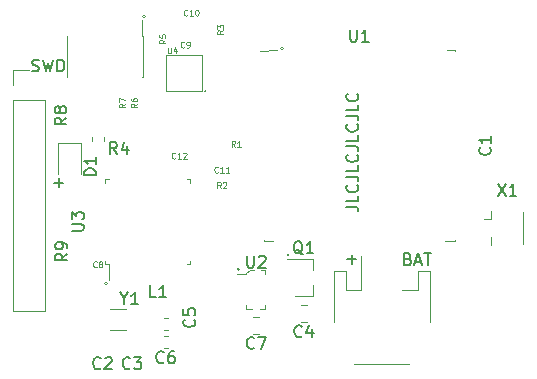
<source format=gbr>
%TF.GenerationSoftware,KiCad,Pcbnew,5.1.9*%
%TF.CreationDate,2021-02-20T15:12:24-08:00*%
%TF.ProjectId,Transmitter,5472616e-736d-4697-9474-65722e6b6963,rev?*%
%TF.SameCoordinates,Original*%
%TF.FileFunction,Legend,Top*%
%TF.FilePolarity,Positive*%
%FSLAX46Y46*%
G04 Gerber Fmt 4.6, Leading zero omitted, Abs format (unit mm)*
G04 Created by KiCad (PCBNEW 5.1.9) date 2021-02-20 15:12:24*
%MOMM*%
%LPD*%
G01*
G04 APERTURE LIST*
%ADD10C,0.150000*%
%ADD11C,0.120000*%
%ADD12C,0.100000*%
%ADD13C,0.125000*%
G04 APERTURE END LIST*
D10*
X101152380Y-89019047D02*
X101866666Y-89019047D01*
X102009523Y-89066666D01*
X102104761Y-89161904D01*
X102152380Y-89304761D01*
X102152380Y-89400000D01*
X102152380Y-88066666D02*
X102152380Y-88542857D01*
X101152380Y-88542857D01*
X102057142Y-87161904D02*
X102104761Y-87209523D01*
X102152380Y-87352380D01*
X102152380Y-87447619D01*
X102104761Y-87590476D01*
X102009523Y-87685714D01*
X101914285Y-87733333D01*
X101723809Y-87780952D01*
X101580952Y-87780952D01*
X101390476Y-87733333D01*
X101295238Y-87685714D01*
X101200000Y-87590476D01*
X101152380Y-87447619D01*
X101152380Y-87352380D01*
X101200000Y-87209523D01*
X101247619Y-87161904D01*
X101152380Y-86447619D02*
X101866666Y-86447619D01*
X102009523Y-86495238D01*
X102104761Y-86590476D01*
X102152380Y-86733333D01*
X102152380Y-86828571D01*
X102152380Y-85495238D02*
X102152380Y-85971428D01*
X101152380Y-85971428D01*
X102057142Y-84590476D02*
X102104761Y-84638095D01*
X102152380Y-84780952D01*
X102152380Y-84876190D01*
X102104761Y-85019047D01*
X102009523Y-85114285D01*
X101914285Y-85161904D01*
X101723809Y-85209523D01*
X101580952Y-85209523D01*
X101390476Y-85161904D01*
X101295238Y-85114285D01*
X101200000Y-85019047D01*
X101152380Y-84876190D01*
X101152380Y-84780952D01*
X101200000Y-84638095D01*
X101247619Y-84590476D01*
X101152380Y-83876190D02*
X101866666Y-83876190D01*
X102009523Y-83923809D01*
X102104761Y-84019047D01*
X102152380Y-84161904D01*
X102152380Y-84257142D01*
X102152380Y-82923809D02*
X102152380Y-83400000D01*
X101152380Y-83400000D01*
X102057142Y-82019047D02*
X102104761Y-82066666D01*
X102152380Y-82209523D01*
X102152380Y-82304761D01*
X102104761Y-82447619D01*
X102009523Y-82542857D01*
X101914285Y-82590476D01*
X101723809Y-82638095D01*
X101580952Y-82638095D01*
X101390476Y-82590476D01*
X101295238Y-82542857D01*
X101200000Y-82447619D01*
X101152380Y-82304761D01*
X101152380Y-82209523D01*
X101200000Y-82066666D01*
X101247619Y-82019047D01*
X101152380Y-81304761D02*
X101866666Y-81304761D01*
X102009523Y-81352380D01*
X102104761Y-81447619D01*
X102152380Y-81590476D01*
X102152380Y-81685714D01*
X102152380Y-80352380D02*
X102152380Y-80828571D01*
X101152380Y-80828571D01*
X102057142Y-79447619D02*
X102104761Y-79495238D01*
X102152380Y-79638095D01*
X102152380Y-79733333D01*
X102104761Y-79876190D01*
X102009523Y-79971428D01*
X101914285Y-80019047D01*
X101723809Y-80066666D01*
X101580952Y-80066666D01*
X101390476Y-80019047D01*
X101295238Y-79971428D01*
X101200000Y-79876190D01*
X101152380Y-79733333D01*
X101152380Y-79638095D01*
X101200000Y-79495238D01*
X101247619Y-79447619D01*
D11*
X92100000Y-94300000D02*
G75*
G03*
X92100000Y-94300000I-100000J0D01*
G01*
X96300000Y-93100000D02*
G75*
G03*
X96300000Y-93100000I-100000J0D01*
G01*
X80900000Y-95500000D02*
G75*
G03*
X80900000Y-95500000I-100000J0D01*
G01*
X95800000Y-75600000D02*
G75*
G03*
X95800000Y-75600000I-100000J0D01*
G01*
D10*
X76419047Y-86971428D02*
X77180952Y-86971428D01*
X76800000Y-87352380D02*
X76800000Y-86590476D01*
X101219047Y-93471428D02*
X101980952Y-93471428D01*
X101600000Y-93852380D02*
X101600000Y-93090476D01*
X106361904Y-93428571D02*
X106504761Y-93476190D01*
X106552380Y-93523809D01*
X106600000Y-93619047D01*
X106600000Y-93761904D01*
X106552380Y-93857142D01*
X106504761Y-93904761D01*
X106409523Y-93952380D01*
X106028571Y-93952380D01*
X106028571Y-92952380D01*
X106361904Y-92952380D01*
X106457142Y-93000000D01*
X106504761Y-93047619D01*
X106552380Y-93142857D01*
X106552380Y-93238095D01*
X106504761Y-93333333D01*
X106457142Y-93380952D01*
X106361904Y-93428571D01*
X106028571Y-93428571D01*
X106980952Y-93666666D02*
X107457142Y-93666666D01*
X106885714Y-93952380D02*
X107219047Y-92952380D01*
X107552380Y-93952380D01*
X107742857Y-92952380D02*
X108314285Y-92952380D01*
X108028571Y-93952380D02*
X108028571Y-92952380D01*
D11*
X84100000Y-72900000D02*
G75*
G03*
X84100000Y-72900000I-100000J0D01*
G01*
D10*
X74542857Y-77504761D02*
X74685714Y-77552380D01*
X74923809Y-77552380D01*
X75019047Y-77504761D01*
X75066666Y-77457142D01*
X75114285Y-77361904D01*
X75114285Y-77266666D01*
X75066666Y-77171428D01*
X75019047Y-77123809D01*
X74923809Y-77076190D01*
X74733333Y-77028571D01*
X74638095Y-76980952D01*
X74590476Y-76933333D01*
X74542857Y-76838095D01*
X74542857Y-76742857D01*
X74590476Y-76647619D01*
X74638095Y-76600000D01*
X74733333Y-76552380D01*
X74971428Y-76552380D01*
X75114285Y-76600000D01*
X75447619Y-76552380D02*
X75685714Y-77552380D01*
X75876190Y-76838095D01*
X76066666Y-77552380D01*
X76304761Y-76552380D01*
X76685714Y-77552380D02*
X76685714Y-76552380D01*
X76923809Y-76552380D01*
X77066666Y-76600000D01*
X77161904Y-76695238D01*
X77209523Y-76790476D01*
X77257142Y-76980952D01*
X77257142Y-77123809D01*
X77209523Y-77314285D01*
X77161904Y-77409523D01*
X77066666Y-77504761D01*
X76923809Y-77552380D01*
X76685714Y-77552380D01*
D11*
%TO.C,C4*%
X97277422Y-97334000D02*
X97794578Y-97334000D01*
X97277422Y-98754000D02*
X97794578Y-98754000D01*
%TO.C,C5*%
X85681221Y-98402000D02*
X86006779Y-98402000D01*
X85681221Y-99422000D02*
X86006779Y-99422000D01*
%TO.C,C6*%
X85681221Y-99926000D02*
X86006779Y-99926000D01*
X85681221Y-100946000D02*
X86006779Y-100946000D01*
%TO.C,C7*%
X93213422Y-98350000D02*
X93730578Y-98350000D01*
X93213422Y-99770000D02*
X93730578Y-99770000D01*
%TO.C,D1*%
X78676000Y-86274500D02*
X78676000Y-83589500D01*
X78676000Y-83589500D02*
X76756000Y-83589500D01*
X76756000Y-83589500D02*
X76756000Y-86274500D01*
%TO.C,J2*%
X100080000Y-98730000D02*
X100080000Y-94480000D01*
X100080000Y-94480000D02*
X101100000Y-94480000D01*
X101100000Y-94480000D02*
X101100000Y-96080000D01*
X101100000Y-96080000D02*
X102380000Y-96080000D01*
X102380000Y-96080000D02*
X102380000Y-93190000D01*
X108200000Y-98730000D02*
X108200000Y-94480000D01*
X108200000Y-94480000D02*
X107180000Y-94480000D01*
X107180000Y-94480000D02*
X107180000Y-96080000D01*
X107180000Y-96080000D02*
X105900000Y-96080000D01*
X101800000Y-102300000D02*
X106480000Y-102300000D01*
%TO.C,J4*%
X83935000Y-74535000D02*
X83935000Y-78065000D01*
X77465000Y-74535000D02*
X77465000Y-78065000D01*
X83870000Y-73210000D02*
X83870000Y-74535000D01*
X83935000Y-74535000D02*
X83870000Y-74535000D01*
X83935000Y-78065000D02*
X83870000Y-78065000D01*
X77530000Y-74535000D02*
X77465000Y-74535000D01*
X77530000Y-78065000D02*
X77465000Y-78065000D01*
%TO.C,J7*%
X72965000Y-97850000D02*
X75625000Y-97850000D01*
X72965000Y-80010000D02*
X72965000Y-97850000D01*
X75625000Y-80010000D02*
X75625000Y-97850000D01*
X72965000Y-80010000D02*
X75625000Y-80010000D01*
X72965000Y-78740000D02*
X72965000Y-77410000D01*
X72965000Y-77410000D02*
X74295000Y-77410000D01*
%TO.C,Q1*%
X98296000Y-96576000D02*
X98296000Y-95646000D01*
X98296000Y-93416000D02*
X98296000Y-94346000D01*
X98296000Y-93416000D02*
X96136000Y-93416000D01*
X98296000Y-96576000D02*
X96836000Y-96576000D01*
%TO.C,R4*%
X80610000Y-83137221D02*
X80610000Y-83462779D01*
X79590000Y-83137221D02*
X79590000Y-83462779D01*
D12*
%TO.C,U1*%
X94135000Y-91820000D02*
X94135000Y-91920000D01*
X94135000Y-91920000D02*
X94935000Y-91920000D01*
X110335000Y-91820000D02*
X110335000Y-91920000D01*
X110335000Y-91920000D02*
X109535000Y-91920000D01*
X109635000Y-75720000D02*
X110335000Y-75720000D01*
X110335000Y-75720000D02*
X110335000Y-75820000D01*
X95235000Y-75720000D02*
X94635000Y-75720000D01*
X94635000Y-75720000D02*
X94535000Y-75820000D01*
X94535000Y-75820000D02*
X93835000Y-75820000D01*
%TO.C,U2*%
X93297000Y-94362000D02*
X93022000Y-94362000D01*
X93022000Y-94362000D02*
X92647000Y-94637000D01*
X92647000Y-94637000D02*
X92647000Y-94687000D01*
X92647000Y-94687000D02*
X91872000Y-94687000D01*
X93122000Y-97662000D02*
X92647000Y-97662000D01*
X92647000Y-97662000D02*
X92647000Y-97312000D01*
X94297000Y-97437000D02*
X94297000Y-97312000D01*
X94297000Y-97362000D02*
X94297000Y-97662000D01*
X94297000Y-97662000D02*
X93847000Y-97662000D01*
X93922000Y-94362000D02*
X94297000Y-94362000D01*
X94297000Y-94362000D02*
X94297000Y-94662000D01*
D11*
%TO.C,U3*%
X87930000Y-86966000D02*
X87930000Y-86666000D01*
X87930000Y-86666000D02*
X87630000Y-86666000D01*
X87930000Y-93586000D02*
X87930000Y-93886000D01*
X87930000Y-93886000D02*
X87630000Y-93886000D01*
X80710000Y-86966000D02*
X80710000Y-86666000D01*
X80710000Y-86666000D02*
X81010000Y-86666000D01*
X80710000Y-93586000D02*
X80710000Y-93886000D01*
X80710000Y-93886000D02*
X81010000Y-93886000D01*
X81010000Y-93886000D02*
X81010000Y-95201000D01*
%TO.C,U4*%
X88900000Y-76200000D02*
X85900000Y-76200000D01*
X85900000Y-76200000D02*
X85900000Y-79200000D01*
X85900000Y-79200000D02*
X88900000Y-79200000D01*
X88900000Y-79200000D02*
X88900000Y-76200000D01*
X89200000Y-79200000D02*
X89200000Y-79100000D01*
X89200000Y-79100000D02*
X89100000Y-79200000D01*
X89100000Y-79200000D02*
X89200000Y-79200000D01*
%TO.C,X1*%
X116135000Y-89455000D02*
X116135000Y-92155000D01*
X113415000Y-90045000D02*
X112785000Y-90045000D01*
X113415000Y-92205000D02*
X113415000Y-91565000D01*
X113415000Y-89405000D02*
X113415000Y-90045000D01*
%TO.C,Y1*%
X82455000Y-97656000D02*
X81105000Y-97656000D01*
X82455000Y-99406000D02*
X81105000Y-99406000D01*
%TO.C,C1*%
D10*
X113287142Y-83986666D02*
X113334761Y-84034285D01*
X113382380Y-84177142D01*
X113382380Y-84272380D01*
X113334761Y-84415238D01*
X113239523Y-84510476D01*
X113144285Y-84558095D01*
X112953809Y-84605714D01*
X112810952Y-84605714D01*
X112620476Y-84558095D01*
X112525238Y-84510476D01*
X112430000Y-84415238D01*
X112382380Y-84272380D01*
X112382380Y-84177142D01*
X112430000Y-84034285D01*
X112477619Y-83986666D01*
X113382380Y-83034285D02*
X113382380Y-83605714D01*
X113382380Y-83320000D02*
X112382380Y-83320000D01*
X112525238Y-83415238D01*
X112620476Y-83510476D01*
X112668095Y-83605714D01*
%TO.C,C2*%
X80333333Y-102657142D02*
X80285714Y-102704761D01*
X80142857Y-102752380D01*
X80047619Y-102752380D01*
X79904761Y-102704761D01*
X79809523Y-102609523D01*
X79761904Y-102514285D01*
X79714285Y-102323809D01*
X79714285Y-102180952D01*
X79761904Y-101990476D01*
X79809523Y-101895238D01*
X79904761Y-101800000D01*
X80047619Y-101752380D01*
X80142857Y-101752380D01*
X80285714Y-101800000D01*
X80333333Y-101847619D01*
X80714285Y-101847619D02*
X80761904Y-101800000D01*
X80857142Y-101752380D01*
X81095238Y-101752380D01*
X81190476Y-101800000D01*
X81238095Y-101847619D01*
X81285714Y-101942857D01*
X81285714Y-102038095D01*
X81238095Y-102180952D01*
X80666666Y-102752380D01*
X81285714Y-102752380D01*
%TO.C,C3*%
X82833333Y-102657142D02*
X82785714Y-102704761D01*
X82642857Y-102752380D01*
X82547619Y-102752380D01*
X82404761Y-102704761D01*
X82309523Y-102609523D01*
X82261904Y-102514285D01*
X82214285Y-102323809D01*
X82214285Y-102180952D01*
X82261904Y-101990476D01*
X82309523Y-101895238D01*
X82404761Y-101800000D01*
X82547619Y-101752380D01*
X82642857Y-101752380D01*
X82785714Y-101800000D01*
X82833333Y-101847619D01*
X83166666Y-101752380D02*
X83785714Y-101752380D01*
X83452380Y-102133333D01*
X83595238Y-102133333D01*
X83690476Y-102180952D01*
X83738095Y-102228571D01*
X83785714Y-102323809D01*
X83785714Y-102561904D01*
X83738095Y-102657142D01*
X83690476Y-102704761D01*
X83595238Y-102752380D01*
X83309523Y-102752380D01*
X83214285Y-102704761D01*
X83166666Y-102657142D01*
%TO.C,C4*%
X97369333Y-99957142D02*
X97321714Y-100004761D01*
X97178857Y-100052380D01*
X97083619Y-100052380D01*
X96940761Y-100004761D01*
X96845523Y-99909523D01*
X96797904Y-99814285D01*
X96750285Y-99623809D01*
X96750285Y-99480952D01*
X96797904Y-99290476D01*
X96845523Y-99195238D01*
X96940761Y-99100000D01*
X97083619Y-99052380D01*
X97178857Y-99052380D01*
X97321714Y-99100000D01*
X97369333Y-99147619D01*
X98226476Y-99385714D02*
X98226476Y-100052380D01*
X97988380Y-99004761D02*
X97750285Y-99719047D01*
X98369333Y-99719047D01*
%TO.C,C5*%
X88257142Y-98566666D02*
X88304761Y-98614285D01*
X88352380Y-98757142D01*
X88352380Y-98852380D01*
X88304761Y-98995238D01*
X88209523Y-99090476D01*
X88114285Y-99138095D01*
X87923809Y-99185714D01*
X87780952Y-99185714D01*
X87590476Y-99138095D01*
X87495238Y-99090476D01*
X87400000Y-98995238D01*
X87352380Y-98852380D01*
X87352380Y-98757142D01*
X87400000Y-98614285D01*
X87447619Y-98566666D01*
X87352380Y-97661904D02*
X87352380Y-98138095D01*
X87828571Y-98185714D01*
X87780952Y-98138095D01*
X87733333Y-98042857D01*
X87733333Y-97804761D01*
X87780952Y-97709523D01*
X87828571Y-97661904D01*
X87923809Y-97614285D01*
X88161904Y-97614285D01*
X88257142Y-97661904D01*
X88304761Y-97709523D01*
X88352380Y-97804761D01*
X88352380Y-98042857D01*
X88304761Y-98138095D01*
X88257142Y-98185714D01*
%TO.C,C6*%
X85677333Y-102157142D02*
X85629714Y-102204761D01*
X85486857Y-102252380D01*
X85391619Y-102252380D01*
X85248761Y-102204761D01*
X85153523Y-102109523D01*
X85105904Y-102014285D01*
X85058285Y-101823809D01*
X85058285Y-101680952D01*
X85105904Y-101490476D01*
X85153523Y-101395238D01*
X85248761Y-101300000D01*
X85391619Y-101252380D01*
X85486857Y-101252380D01*
X85629714Y-101300000D01*
X85677333Y-101347619D01*
X86534476Y-101252380D02*
X86344000Y-101252380D01*
X86248761Y-101300000D01*
X86201142Y-101347619D01*
X86105904Y-101490476D01*
X86058285Y-101680952D01*
X86058285Y-102061904D01*
X86105904Y-102157142D01*
X86153523Y-102204761D01*
X86248761Y-102252380D01*
X86439238Y-102252380D01*
X86534476Y-102204761D01*
X86582095Y-102157142D01*
X86629714Y-102061904D01*
X86629714Y-101823809D01*
X86582095Y-101728571D01*
X86534476Y-101680952D01*
X86439238Y-101633333D01*
X86248761Y-101633333D01*
X86153523Y-101680952D01*
X86105904Y-101728571D01*
X86058285Y-101823809D01*
%TO.C,C7*%
X93333333Y-100957142D02*
X93285714Y-101004761D01*
X93142857Y-101052380D01*
X93047619Y-101052380D01*
X92904761Y-101004761D01*
X92809523Y-100909523D01*
X92761904Y-100814285D01*
X92714285Y-100623809D01*
X92714285Y-100480952D01*
X92761904Y-100290476D01*
X92809523Y-100195238D01*
X92904761Y-100100000D01*
X93047619Y-100052380D01*
X93142857Y-100052380D01*
X93285714Y-100100000D01*
X93333333Y-100147619D01*
X93666666Y-100052380D02*
X94333333Y-100052380D01*
X93904761Y-101052380D01*
%TO.C,C8*%
D13*
X80016666Y-94078571D02*
X79992857Y-94102380D01*
X79921428Y-94126190D01*
X79873809Y-94126190D01*
X79802380Y-94102380D01*
X79754761Y-94054761D01*
X79730952Y-94007142D01*
X79707142Y-93911904D01*
X79707142Y-93840476D01*
X79730952Y-93745238D01*
X79754761Y-93697619D01*
X79802380Y-93650000D01*
X79873809Y-93626190D01*
X79921428Y-93626190D01*
X79992857Y-93650000D01*
X80016666Y-93673809D01*
X80302380Y-93840476D02*
X80254761Y-93816666D01*
X80230952Y-93792857D01*
X80207142Y-93745238D01*
X80207142Y-93721428D01*
X80230952Y-93673809D01*
X80254761Y-93650000D01*
X80302380Y-93626190D01*
X80397619Y-93626190D01*
X80445238Y-93650000D01*
X80469047Y-93673809D01*
X80492857Y-93721428D01*
X80492857Y-93745238D01*
X80469047Y-93792857D01*
X80445238Y-93816666D01*
X80397619Y-93840476D01*
X80302380Y-93840476D01*
X80254761Y-93864285D01*
X80230952Y-93888095D01*
X80207142Y-93935714D01*
X80207142Y-94030952D01*
X80230952Y-94078571D01*
X80254761Y-94102380D01*
X80302380Y-94126190D01*
X80397619Y-94126190D01*
X80445238Y-94102380D01*
X80469047Y-94078571D01*
X80492857Y-94030952D01*
X80492857Y-93935714D01*
X80469047Y-93888095D01*
X80445238Y-93864285D01*
X80397619Y-93840476D01*
%TO.C,C9*%
X87416666Y-75478571D02*
X87392857Y-75502380D01*
X87321428Y-75526190D01*
X87273809Y-75526190D01*
X87202380Y-75502380D01*
X87154761Y-75454761D01*
X87130952Y-75407142D01*
X87107142Y-75311904D01*
X87107142Y-75240476D01*
X87130952Y-75145238D01*
X87154761Y-75097619D01*
X87202380Y-75050000D01*
X87273809Y-75026190D01*
X87321428Y-75026190D01*
X87392857Y-75050000D01*
X87416666Y-75073809D01*
X87654761Y-75526190D02*
X87750000Y-75526190D01*
X87797619Y-75502380D01*
X87821428Y-75478571D01*
X87869047Y-75407142D01*
X87892857Y-75311904D01*
X87892857Y-75121428D01*
X87869047Y-75073809D01*
X87845238Y-75050000D01*
X87797619Y-75026190D01*
X87702380Y-75026190D01*
X87654761Y-75050000D01*
X87630952Y-75073809D01*
X87607142Y-75121428D01*
X87607142Y-75240476D01*
X87630952Y-75288095D01*
X87654761Y-75311904D01*
X87702380Y-75335714D01*
X87797619Y-75335714D01*
X87845238Y-75311904D01*
X87869047Y-75288095D01*
X87892857Y-75240476D01*
%TO.C,C10*%
X87678571Y-72778571D02*
X87654761Y-72802380D01*
X87583333Y-72826190D01*
X87535714Y-72826190D01*
X87464285Y-72802380D01*
X87416666Y-72754761D01*
X87392857Y-72707142D01*
X87369047Y-72611904D01*
X87369047Y-72540476D01*
X87392857Y-72445238D01*
X87416666Y-72397619D01*
X87464285Y-72350000D01*
X87535714Y-72326190D01*
X87583333Y-72326190D01*
X87654761Y-72350000D01*
X87678571Y-72373809D01*
X88154761Y-72826190D02*
X87869047Y-72826190D01*
X88011904Y-72826190D02*
X88011904Y-72326190D01*
X87964285Y-72397619D01*
X87916666Y-72445238D01*
X87869047Y-72469047D01*
X88464285Y-72326190D02*
X88511904Y-72326190D01*
X88559523Y-72350000D01*
X88583333Y-72373809D01*
X88607142Y-72421428D01*
X88630952Y-72516666D01*
X88630952Y-72635714D01*
X88607142Y-72730952D01*
X88583333Y-72778571D01*
X88559523Y-72802380D01*
X88511904Y-72826190D01*
X88464285Y-72826190D01*
X88416666Y-72802380D01*
X88392857Y-72778571D01*
X88369047Y-72730952D01*
X88345238Y-72635714D01*
X88345238Y-72516666D01*
X88369047Y-72421428D01*
X88392857Y-72373809D01*
X88416666Y-72350000D01*
X88464285Y-72326190D01*
%TO.C,C11*%
X90278571Y-86078571D02*
X90254761Y-86102380D01*
X90183333Y-86126190D01*
X90135714Y-86126190D01*
X90064285Y-86102380D01*
X90016666Y-86054761D01*
X89992857Y-86007142D01*
X89969047Y-85911904D01*
X89969047Y-85840476D01*
X89992857Y-85745238D01*
X90016666Y-85697619D01*
X90064285Y-85650000D01*
X90135714Y-85626190D01*
X90183333Y-85626190D01*
X90254761Y-85650000D01*
X90278571Y-85673809D01*
X90754761Y-86126190D02*
X90469047Y-86126190D01*
X90611904Y-86126190D02*
X90611904Y-85626190D01*
X90564285Y-85697619D01*
X90516666Y-85745238D01*
X90469047Y-85769047D01*
X91230952Y-86126190D02*
X90945238Y-86126190D01*
X91088095Y-86126190D02*
X91088095Y-85626190D01*
X91040476Y-85697619D01*
X90992857Y-85745238D01*
X90945238Y-85769047D01*
%TO.C,C12*%
X86678571Y-84878571D02*
X86654761Y-84902380D01*
X86583333Y-84926190D01*
X86535714Y-84926190D01*
X86464285Y-84902380D01*
X86416666Y-84854761D01*
X86392857Y-84807142D01*
X86369047Y-84711904D01*
X86369047Y-84640476D01*
X86392857Y-84545238D01*
X86416666Y-84497619D01*
X86464285Y-84450000D01*
X86535714Y-84426190D01*
X86583333Y-84426190D01*
X86654761Y-84450000D01*
X86678571Y-84473809D01*
X87154761Y-84926190D02*
X86869047Y-84926190D01*
X87011904Y-84926190D02*
X87011904Y-84426190D01*
X86964285Y-84497619D01*
X86916666Y-84545238D01*
X86869047Y-84569047D01*
X87345238Y-84473809D02*
X87369047Y-84450000D01*
X87416666Y-84426190D01*
X87535714Y-84426190D01*
X87583333Y-84450000D01*
X87607142Y-84473809D01*
X87630952Y-84521428D01*
X87630952Y-84569047D01*
X87607142Y-84640476D01*
X87321428Y-84926190D01*
X87630952Y-84926190D01*
%TO.C,D1*%
D10*
X79952380Y-86338095D02*
X78952380Y-86338095D01*
X78952380Y-86100000D01*
X79000000Y-85957142D01*
X79095238Y-85861904D01*
X79190476Y-85814285D01*
X79380952Y-85766666D01*
X79523809Y-85766666D01*
X79714285Y-85814285D01*
X79809523Y-85861904D01*
X79904761Y-85957142D01*
X79952380Y-86100000D01*
X79952380Y-86338095D01*
X79952380Y-84814285D02*
X79952380Y-85385714D01*
X79952380Y-85100000D02*
X78952380Y-85100000D01*
X79095238Y-85195238D01*
X79190476Y-85290476D01*
X79238095Y-85385714D01*
%TO.C,L1*%
X85033333Y-96652380D02*
X84557142Y-96652380D01*
X84557142Y-95652380D01*
X85890476Y-96652380D02*
X85319047Y-96652380D01*
X85604761Y-96652380D02*
X85604761Y-95652380D01*
X85509523Y-95795238D01*
X85414285Y-95890476D01*
X85319047Y-95938095D01*
%TO.C,Q1*%
X97440761Y-93043619D02*
X97345523Y-92996000D01*
X97250285Y-92900761D01*
X97107428Y-92757904D01*
X97012190Y-92710285D01*
X96916952Y-92710285D01*
X96964571Y-92948380D02*
X96869333Y-92900761D01*
X96774095Y-92805523D01*
X96726476Y-92615047D01*
X96726476Y-92281714D01*
X96774095Y-92091238D01*
X96869333Y-91996000D01*
X96964571Y-91948380D01*
X97155047Y-91948380D01*
X97250285Y-91996000D01*
X97345523Y-92091238D01*
X97393142Y-92281714D01*
X97393142Y-92615047D01*
X97345523Y-92805523D01*
X97250285Y-92900761D01*
X97155047Y-92948380D01*
X96964571Y-92948380D01*
X98345523Y-92948380D02*
X97774095Y-92948380D01*
X98059809Y-92948380D02*
X98059809Y-91948380D01*
X97964571Y-92091238D01*
X97869333Y-92186476D01*
X97774095Y-92234095D01*
%TO.C,R1*%
D13*
X91716666Y-83926190D02*
X91550000Y-83688095D01*
X91430952Y-83926190D02*
X91430952Y-83426190D01*
X91621428Y-83426190D01*
X91669047Y-83450000D01*
X91692857Y-83473809D01*
X91716666Y-83521428D01*
X91716666Y-83592857D01*
X91692857Y-83640476D01*
X91669047Y-83664285D01*
X91621428Y-83688095D01*
X91430952Y-83688095D01*
X92192857Y-83926190D02*
X91907142Y-83926190D01*
X92050000Y-83926190D02*
X92050000Y-83426190D01*
X92002380Y-83497619D01*
X91954761Y-83545238D01*
X91907142Y-83569047D01*
%TO.C,R2*%
X90516666Y-87426190D02*
X90350000Y-87188095D01*
X90230952Y-87426190D02*
X90230952Y-86926190D01*
X90421428Y-86926190D01*
X90469047Y-86950000D01*
X90492857Y-86973809D01*
X90516666Y-87021428D01*
X90516666Y-87092857D01*
X90492857Y-87140476D01*
X90469047Y-87164285D01*
X90421428Y-87188095D01*
X90230952Y-87188095D01*
X90707142Y-86973809D02*
X90730952Y-86950000D01*
X90778571Y-86926190D01*
X90897619Y-86926190D01*
X90945238Y-86950000D01*
X90969047Y-86973809D01*
X90992857Y-87021428D01*
X90992857Y-87069047D01*
X90969047Y-87140476D01*
X90683333Y-87426190D01*
X90992857Y-87426190D01*
%TO.C,R3*%
X90726190Y-74083333D02*
X90488095Y-74250000D01*
X90726190Y-74369047D02*
X90226190Y-74369047D01*
X90226190Y-74178571D01*
X90250000Y-74130952D01*
X90273809Y-74107142D01*
X90321428Y-74083333D01*
X90392857Y-74083333D01*
X90440476Y-74107142D01*
X90464285Y-74130952D01*
X90488095Y-74178571D01*
X90488095Y-74369047D01*
X90226190Y-73916666D02*
X90226190Y-73607142D01*
X90416666Y-73773809D01*
X90416666Y-73702380D01*
X90440476Y-73654761D01*
X90464285Y-73630952D01*
X90511904Y-73607142D01*
X90630952Y-73607142D01*
X90678571Y-73630952D01*
X90702380Y-73654761D01*
X90726190Y-73702380D01*
X90726190Y-73845238D01*
X90702380Y-73892857D01*
X90678571Y-73916666D01*
D10*
%TO.C,R4*%
X81733333Y-84552380D02*
X81400000Y-84076190D01*
X81161904Y-84552380D02*
X81161904Y-83552380D01*
X81542857Y-83552380D01*
X81638095Y-83600000D01*
X81685714Y-83647619D01*
X81733333Y-83742857D01*
X81733333Y-83885714D01*
X81685714Y-83980952D01*
X81638095Y-84028571D01*
X81542857Y-84076190D01*
X81161904Y-84076190D01*
X82590476Y-83885714D02*
X82590476Y-84552380D01*
X82352380Y-83504761D02*
X82114285Y-84219047D01*
X82733333Y-84219047D01*
%TO.C,R5*%
D13*
X85826190Y-74883333D02*
X85588095Y-75050000D01*
X85826190Y-75169047D02*
X85326190Y-75169047D01*
X85326190Y-74978571D01*
X85350000Y-74930952D01*
X85373809Y-74907142D01*
X85421428Y-74883333D01*
X85492857Y-74883333D01*
X85540476Y-74907142D01*
X85564285Y-74930952D01*
X85588095Y-74978571D01*
X85588095Y-75169047D01*
X85326190Y-74430952D02*
X85326190Y-74669047D01*
X85564285Y-74692857D01*
X85540476Y-74669047D01*
X85516666Y-74621428D01*
X85516666Y-74502380D01*
X85540476Y-74454761D01*
X85564285Y-74430952D01*
X85611904Y-74407142D01*
X85730952Y-74407142D01*
X85778571Y-74430952D01*
X85802380Y-74454761D01*
X85826190Y-74502380D01*
X85826190Y-74621428D01*
X85802380Y-74669047D01*
X85778571Y-74692857D01*
%TO.C,R6*%
X83426190Y-80283333D02*
X83188095Y-80450000D01*
X83426190Y-80569047D02*
X82926190Y-80569047D01*
X82926190Y-80378571D01*
X82950000Y-80330952D01*
X82973809Y-80307142D01*
X83021428Y-80283333D01*
X83092857Y-80283333D01*
X83140476Y-80307142D01*
X83164285Y-80330952D01*
X83188095Y-80378571D01*
X83188095Y-80569047D01*
X82926190Y-79854761D02*
X82926190Y-79950000D01*
X82950000Y-79997619D01*
X82973809Y-80021428D01*
X83045238Y-80069047D01*
X83140476Y-80092857D01*
X83330952Y-80092857D01*
X83378571Y-80069047D01*
X83402380Y-80045238D01*
X83426190Y-79997619D01*
X83426190Y-79902380D01*
X83402380Y-79854761D01*
X83378571Y-79830952D01*
X83330952Y-79807142D01*
X83211904Y-79807142D01*
X83164285Y-79830952D01*
X83140476Y-79854761D01*
X83116666Y-79902380D01*
X83116666Y-79997619D01*
X83140476Y-80045238D01*
X83164285Y-80069047D01*
X83211904Y-80092857D01*
%TO.C,R7*%
X82426190Y-80283333D02*
X82188095Y-80450000D01*
X82426190Y-80569047D02*
X81926190Y-80569047D01*
X81926190Y-80378571D01*
X81950000Y-80330952D01*
X81973809Y-80307142D01*
X82021428Y-80283333D01*
X82092857Y-80283333D01*
X82140476Y-80307142D01*
X82164285Y-80330952D01*
X82188095Y-80378571D01*
X82188095Y-80569047D01*
X81926190Y-80116666D02*
X81926190Y-79783333D01*
X82426190Y-79997619D01*
%TO.C,R8*%
D10*
X77452380Y-81466666D02*
X76976190Y-81800000D01*
X77452380Y-82038095D02*
X76452380Y-82038095D01*
X76452380Y-81657142D01*
X76500000Y-81561904D01*
X76547619Y-81514285D01*
X76642857Y-81466666D01*
X76785714Y-81466666D01*
X76880952Y-81514285D01*
X76928571Y-81561904D01*
X76976190Y-81657142D01*
X76976190Y-82038095D01*
X76880952Y-80895238D02*
X76833333Y-80990476D01*
X76785714Y-81038095D01*
X76690476Y-81085714D01*
X76642857Y-81085714D01*
X76547619Y-81038095D01*
X76500000Y-80990476D01*
X76452380Y-80895238D01*
X76452380Y-80704761D01*
X76500000Y-80609523D01*
X76547619Y-80561904D01*
X76642857Y-80514285D01*
X76690476Y-80514285D01*
X76785714Y-80561904D01*
X76833333Y-80609523D01*
X76880952Y-80704761D01*
X76880952Y-80895238D01*
X76928571Y-80990476D01*
X76976190Y-81038095D01*
X77071428Y-81085714D01*
X77261904Y-81085714D01*
X77357142Y-81038095D01*
X77404761Y-80990476D01*
X77452380Y-80895238D01*
X77452380Y-80704761D01*
X77404761Y-80609523D01*
X77357142Y-80561904D01*
X77261904Y-80514285D01*
X77071428Y-80514285D01*
X76976190Y-80561904D01*
X76928571Y-80609523D01*
X76880952Y-80704761D01*
%TO.C,R9*%
X77506380Y-92982666D02*
X77030190Y-93316000D01*
X77506380Y-93554095D02*
X76506380Y-93554095D01*
X76506380Y-93173142D01*
X76554000Y-93077904D01*
X76601619Y-93030285D01*
X76696857Y-92982666D01*
X76839714Y-92982666D01*
X76934952Y-93030285D01*
X76982571Y-93077904D01*
X77030190Y-93173142D01*
X77030190Y-93554095D01*
X77506380Y-92506476D02*
X77506380Y-92316000D01*
X77458761Y-92220761D01*
X77411142Y-92173142D01*
X77268285Y-92077904D01*
X77077809Y-92030285D01*
X76696857Y-92030285D01*
X76601619Y-92077904D01*
X76554000Y-92125523D01*
X76506380Y-92220761D01*
X76506380Y-92411238D01*
X76554000Y-92506476D01*
X76601619Y-92554095D01*
X76696857Y-92601714D01*
X76934952Y-92601714D01*
X77030190Y-92554095D01*
X77077809Y-92506476D01*
X77125428Y-92411238D01*
X77125428Y-92220761D01*
X77077809Y-92125523D01*
X77030190Y-92077904D01*
X76934952Y-92030285D01*
%TO.C,U1*%
X101473095Y-74022380D02*
X101473095Y-74831904D01*
X101520714Y-74927142D01*
X101568333Y-74974761D01*
X101663571Y-75022380D01*
X101854047Y-75022380D01*
X101949285Y-74974761D01*
X101996904Y-74927142D01*
X102044523Y-74831904D01*
X102044523Y-74022380D01*
X103044523Y-75022380D02*
X102473095Y-75022380D01*
X102758809Y-75022380D02*
X102758809Y-74022380D01*
X102663571Y-74165238D01*
X102568333Y-74260476D01*
X102473095Y-74308095D01*
%TO.C,U2*%
X92738095Y-93152380D02*
X92738095Y-93961904D01*
X92785714Y-94057142D01*
X92833333Y-94104761D01*
X92928571Y-94152380D01*
X93119047Y-94152380D01*
X93214285Y-94104761D01*
X93261904Y-94057142D01*
X93309523Y-93961904D01*
X93309523Y-93152380D01*
X93738095Y-93247619D02*
X93785714Y-93200000D01*
X93880952Y-93152380D01*
X94119047Y-93152380D01*
X94214285Y-93200000D01*
X94261904Y-93247619D01*
X94309523Y-93342857D01*
X94309523Y-93438095D01*
X94261904Y-93580952D01*
X93690476Y-94152380D01*
X94309523Y-94152380D01*
%TO.C,U3*%
X77892380Y-91037904D02*
X78701904Y-91037904D01*
X78797142Y-90990285D01*
X78844761Y-90942666D01*
X78892380Y-90847428D01*
X78892380Y-90656952D01*
X78844761Y-90561714D01*
X78797142Y-90514095D01*
X78701904Y-90466476D01*
X77892380Y-90466476D01*
X77892380Y-90085523D02*
X77892380Y-89466476D01*
X78273333Y-89799809D01*
X78273333Y-89656952D01*
X78320952Y-89561714D01*
X78368571Y-89514095D01*
X78463809Y-89466476D01*
X78701904Y-89466476D01*
X78797142Y-89514095D01*
X78844761Y-89561714D01*
X78892380Y-89656952D01*
X78892380Y-89942666D01*
X78844761Y-90037904D01*
X78797142Y-90085523D01*
%TO.C,U4*%
D13*
X86019047Y-75526190D02*
X86019047Y-75930952D01*
X86042857Y-75978571D01*
X86066666Y-76002380D01*
X86114285Y-76026190D01*
X86209523Y-76026190D01*
X86257142Y-76002380D01*
X86280952Y-75978571D01*
X86304761Y-75930952D01*
X86304761Y-75526190D01*
X86757142Y-75692857D02*
X86757142Y-76026190D01*
X86638095Y-75502380D02*
X86519047Y-75859523D01*
X86828571Y-75859523D01*
%TO.C,X1*%
D10*
X113965476Y-87057380D02*
X114632142Y-88057380D01*
X114632142Y-87057380D02*
X113965476Y-88057380D01*
X115536904Y-88057380D02*
X114965476Y-88057380D01*
X115251190Y-88057380D02*
X115251190Y-87057380D01*
X115155952Y-87200238D01*
X115060714Y-87295476D01*
X114965476Y-87343095D01*
%TO.C,Y1*%
X82323809Y-96776190D02*
X82323809Y-97252380D01*
X81990476Y-96252380D02*
X82323809Y-96776190D01*
X82657142Y-96252380D01*
X83514285Y-97252380D02*
X82942857Y-97252380D01*
X83228571Y-97252380D02*
X83228571Y-96252380D01*
X83133333Y-96395238D01*
X83038095Y-96490476D01*
X82942857Y-96538095D01*
%TD*%
M02*

</source>
